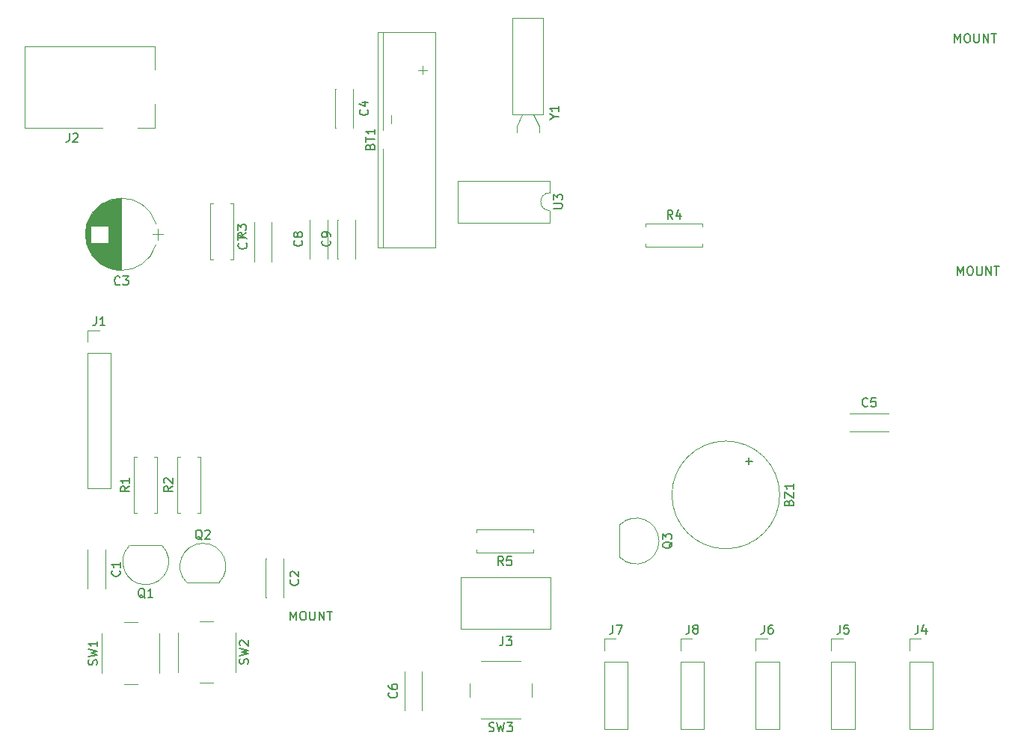
<source format=gbr>
G04 #@! TF.FileFunction,Legend,Top*
%FSLAX46Y46*%
G04 Gerber Fmt 4.6, Leading zero omitted, Abs format (unit mm)*
G04 Created by KiCad (PCBNEW 4.0.7) date Sat Feb 17 21:33:09 2018*
%MOMM*%
%LPD*%
G01*
G04 APERTURE LIST*
%ADD10C,0.150000*%
%ADD11C,0.120000*%
G04 APERTURE END LIST*
D10*
D11*
X75897500Y-44683500D02*
X75897500Y-33633500D01*
X75897500Y-57983500D02*
X75897500Y-46883500D01*
X75247500Y-57933500D02*
X75247500Y-33633500D01*
X75247500Y-33633500D02*
X81797500Y-33633500D01*
X81797500Y-33633500D02*
X81797500Y-57983500D01*
X81797500Y-57983500D02*
X75247500Y-57983500D01*
X76767500Y-44003500D02*
X76767500Y-42993500D01*
X80837500Y-37913500D02*
X79817500Y-37913500D01*
X80327500Y-38413500D02*
X80327500Y-37403500D01*
X120781000Y-86032500D02*
G75*
G03X120781000Y-86032500I-6100000J0D01*
G01*
X44444000Y-92238000D02*
X44444000Y-96658000D01*
X42424000Y-92238000D02*
X42424000Y-96658000D01*
X44444000Y-92238000D02*
X44430000Y-92238000D01*
X42438000Y-92238000D02*
X42424000Y-92238000D01*
X44444000Y-96658000D02*
X44430000Y-96658000D01*
X42438000Y-96658000D02*
X42424000Y-96658000D01*
X64637000Y-93254000D02*
X64637000Y-97674000D01*
X62617000Y-93254000D02*
X62617000Y-97674000D01*
X64637000Y-93254000D02*
X64623000Y-93254000D01*
X62631000Y-93254000D02*
X62617000Y-93254000D01*
X64637000Y-97674000D02*
X64623000Y-97674000D01*
X62631000Y-97674000D02*
X62617000Y-97674000D01*
X42351149Y-57692445D02*
G75*
G03X50184082Y-57695000I3916851J1177445D01*
G01*
X42351149Y-55337555D02*
G75*
G02X50184082Y-55335000I3916851J-1177445D01*
G01*
X42351149Y-55337555D02*
G75*
G03X42351918Y-57695000I3916851J-1177445D01*
G01*
X46268000Y-60565000D02*
X46268000Y-52465000D01*
X46228000Y-60565000D02*
X46228000Y-52465000D01*
X46188000Y-60565000D02*
X46188000Y-52465000D01*
X46148000Y-60564000D02*
X46148000Y-52466000D01*
X46108000Y-60562000D02*
X46108000Y-52468000D01*
X46068000Y-60561000D02*
X46068000Y-52469000D01*
X46028000Y-60558000D02*
X46028000Y-52472000D01*
X45988000Y-60556000D02*
X45988000Y-52474000D01*
X45948000Y-60553000D02*
X45948000Y-52477000D01*
X45908000Y-60550000D02*
X45908000Y-52480000D01*
X45868000Y-60546000D02*
X45868000Y-52484000D01*
X45828000Y-60542000D02*
X45828000Y-52488000D01*
X45788000Y-60537000D02*
X45788000Y-52493000D01*
X45748000Y-60532000D02*
X45748000Y-52498000D01*
X45708000Y-60527000D02*
X45708000Y-52503000D01*
X45668000Y-60521000D02*
X45668000Y-52509000D01*
X45628000Y-60515000D02*
X45628000Y-52515000D01*
X45588000Y-60509000D02*
X45588000Y-52521000D01*
X45547000Y-60502000D02*
X45547000Y-52528000D01*
X45507000Y-60494000D02*
X45507000Y-52536000D01*
X45467000Y-60486000D02*
X45467000Y-52544000D01*
X45427000Y-60478000D02*
X45427000Y-52552000D01*
X45387000Y-60470000D02*
X45387000Y-52560000D01*
X45347000Y-60461000D02*
X45347000Y-52569000D01*
X45307000Y-60451000D02*
X45307000Y-52579000D01*
X45267000Y-60441000D02*
X45267000Y-52589000D01*
X45227000Y-60431000D02*
X45227000Y-52599000D01*
X45187000Y-60420000D02*
X45187000Y-52610000D01*
X45147000Y-60409000D02*
X45147000Y-52621000D01*
X45107000Y-60398000D02*
X45107000Y-52632000D01*
X45067000Y-60385000D02*
X45067000Y-52645000D01*
X45027000Y-60373000D02*
X45027000Y-52657000D01*
X44987000Y-60360000D02*
X44987000Y-52670000D01*
X44947000Y-60347000D02*
X44947000Y-52683000D01*
X44907000Y-60333000D02*
X44907000Y-52697000D01*
X44867000Y-60318000D02*
X44867000Y-52712000D01*
X44827000Y-60304000D02*
X44827000Y-52726000D01*
X44787000Y-60288000D02*
X44787000Y-52742000D01*
X44747000Y-60273000D02*
X44747000Y-57495000D01*
X44747000Y-55535000D02*
X44747000Y-52757000D01*
X44707000Y-60256000D02*
X44707000Y-57495000D01*
X44707000Y-55535000D02*
X44707000Y-52774000D01*
X44667000Y-60240000D02*
X44667000Y-57495000D01*
X44667000Y-55535000D02*
X44667000Y-52790000D01*
X44627000Y-60222000D02*
X44627000Y-57495000D01*
X44627000Y-55535000D02*
X44627000Y-52808000D01*
X44587000Y-60205000D02*
X44587000Y-57495000D01*
X44587000Y-55535000D02*
X44587000Y-52825000D01*
X44547000Y-60186000D02*
X44547000Y-57495000D01*
X44547000Y-55535000D02*
X44547000Y-52844000D01*
X44507000Y-60167000D02*
X44507000Y-57495000D01*
X44507000Y-55535000D02*
X44507000Y-52863000D01*
X44467000Y-60148000D02*
X44467000Y-57495000D01*
X44467000Y-55535000D02*
X44467000Y-52882000D01*
X44427000Y-60128000D02*
X44427000Y-57495000D01*
X44427000Y-55535000D02*
X44427000Y-52902000D01*
X44387000Y-60108000D02*
X44387000Y-57495000D01*
X44387000Y-55535000D02*
X44387000Y-52922000D01*
X44347000Y-60087000D02*
X44347000Y-57495000D01*
X44347000Y-55535000D02*
X44347000Y-52943000D01*
X44307000Y-60065000D02*
X44307000Y-57495000D01*
X44307000Y-55535000D02*
X44307000Y-52965000D01*
X44267000Y-60043000D02*
X44267000Y-57495000D01*
X44267000Y-55535000D02*
X44267000Y-52987000D01*
X44227000Y-60020000D02*
X44227000Y-57495000D01*
X44227000Y-55535000D02*
X44227000Y-53010000D01*
X44187000Y-59997000D02*
X44187000Y-57495000D01*
X44187000Y-55535000D02*
X44187000Y-53033000D01*
X44147000Y-59973000D02*
X44147000Y-57495000D01*
X44147000Y-55535000D02*
X44147000Y-53057000D01*
X44107000Y-59949000D02*
X44107000Y-57495000D01*
X44107000Y-55535000D02*
X44107000Y-53081000D01*
X44067000Y-59923000D02*
X44067000Y-57495000D01*
X44067000Y-55535000D02*
X44067000Y-53107000D01*
X44027000Y-59898000D02*
X44027000Y-57495000D01*
X44027000Y-55535000D02*
X44027000Y-53132000D01*
X43987000Y-59871000D02*
X43987000Y-57495000D01*
X43987000Y-55535000D02*
X43987000Y-53159000D01*
X43947000Y-59844000D02*
X43947000Y-57495000D01*
X43947000Y-55535000D02*
X43947000Y-53186000D01*
X43907000Y-59816000D02*
X43907000Y-57495000D01*
X43907000Y-55535000D02*
X43907000Y-53214000D01*
X43867000Y-59787000D02*
X43867000Y-57495000D01*
X43867000Y-55535000D02*
X43867000Y-53243000D01*
X43827000Y-59758000D02*
X43827000Y-57495000D01*
X43827000Y-55535000D02*
X43827000Y-53272000D01*
X43787000Y-59728000D02*
X43787000Y-57495000D01*
X43787000Y-55535000D02*
X43787000Y-53302000D01*
X43747000Y-59697000D02*
X43747000Y-57495000D01*
X43747000Y-55535000D02*
X43747000Y-53333000D01*
X43707000Y-59665000D02*
X43707000Y-57495000D01*
X43707000Y-55535000D02*
X43707000Y-53365000D01*
X43667000Y-59633000D02*
X43667000Y-57495000D01*
X43667000Y-55535000D02*
X43667000Y-53397000D01*
X43627000Y-59599000D02*
X43627000Y-57495000D01*
X43627000Y-55535000D02*
X43627000Y-53431000D01*
X43587000Y-59565000D02*
X43587000Y-57495000D01*
X43587000Y-55535000D02*
X43587000Y-53465000D01*
X43547000Y-59530000D02*
X43547000Y-57495000D01*
X43547000Y-55535000D02*
X43547000Y-53500000D01*
X43507000Y-59494000D02*
X43507000Y-57495000D01*
X43507000Y-55535000D02*
X43507000Y-53536000D01*
X43467000Y-59457000D02*
X43467000Y-57495000D01*
X43467000Y-55535000D02*
X43467000Y-53573000D01*
X43427000Y-59419000D02*
X43427000Y-57495000D01*
X43427000Y-55535000D02*
X43427000Y-53611000D01*
X43387000Y-59380000D02*
X43387000Y-57495000D01*
X43387000Y-55535000D02*
X43387000Y-53650000D01*
X43347000Y-59339000D02*
X43347000Y-57495000D01*
X43347000Y-55535000D02*
X43347000Y-53691000D01*
X43307000Y-59298000D02*
X43307000Y-57495000D01*
X43307000Y-55535000D02*
X43307000Y-53732000D01*
X43267000Y-59255000D02*
X43267000Y-57495000D01*
X43267000Y-55535000D02*
X43267000Y-53775000D01*
X43227000Y-59212000D02*
X43227000Y-57495000D01*
X43227000Y-55535000D02*
X43227000Y-53818000D01*
X43187000Y-59167000D02*
X43187000Y-57495000D01*
X43187000Y-55535000D02*
X43187000Y-53863000D01*
X43147000Y-59120000D02*
X43147000Y-57495000D01*
X43147000Y-55535000D02*
X43147000Y-53910000D01*
X43107000Y-59072000D02*
X43107000Y-57495000D01*
X43107000Y-55535000D02*
X43107000Y-53958000D01*
X43067000Y-59023000D02*
X43067000Y-57495000D01*
X43067000Y-55535000D02*
X43067000Y-54007000D01*
X43027000Y-58972000D02*
X43027000Y-57495000D01*
X43027000Y-55535000D02*
X43027000Y-54058000D01*
X42987000Y-58919000D02*
X42987000Y-57495000D01*
X42987000Y-55535000D02*
X42987000Y-54111000D01*
X42947000Y-58864000D02*
X42947000Y-57495000D01*
X42947000Y-55535000D02*
X42947000Y-54166000D01*
X42907000Y-58808000D02*
X42907000Y-57495000D01*
X42907000Y-55535000D02*
X42907000Y-54222000D01*
X42867000Y-58749000D02*
X42867000Y-57495000D01*
X42867000Y-55535000D02*
X42867000Y-54281000D01*
X42827000Y-58688000D02*
X42827000Y-57495000D01*
X42827000Y-55535000D02*
X42827000Y-54342000D01*
X42787000Y-58624000D02*
X42787000Y-54406000D01*
X42747000Y-58558000D02*
X42747000Y-54472000D01*
X42707000Y-58489000D02*
X42707000Y-54541000D01*
X42667000Y-58417000D02*
X42667000Y-54613000D01*
X42627000Y-58341000D02*
X42627000Y-54689000D01*
X42587000Y-58260000D02*
X42587000Y-54770000D01*
X42547000Y-58175000D02*
X42547000Y-54855000D01*
X42507000Y-58085000D02*
X42507000Y-54945000D01*
X42467000Y-57988000D02*
X42467000Y-55042000D01*
X42427000Y-57884000D02*
X42427000Y-55146000D01*
X42387000Y-57769000D02*
X42387000Y-55261000D01*
X42347000Y-57642000D02*
X42347000Y-55388000D01*
X42307000Y-57498000D02*
X42307000Y-55532000D01*
X42267000Y-57329000D02*
X42267000Y-55701000D01*
X42227000Y-57113000D02*
X42227000Y-55917000D01*
X42187000Y-56761000D02*
X42187000Y-56269000D01*
X50968000Y-56515000D02*
X49768000Y-56515000D01*
X50368000Y-57165000D02*
X50368000Y-55865000D01*
X72511000Y-40041000D02*
X72511000Y-44461000D01*
X70491000Y-40041000D02*
X70491000Y-44461000D01*
X72511000Y-40041000D02*
X72497000Y-40041000D01*
X70505000Y-40041000D02*
X70491000Y-40041000D01*
X72511000Y-44461000D02*
X72497000Y-44461000D01*
X70505000Y-44461000D02*
X70491000Y-44461000D01*
X128687000Y-76841000D02*
X133107000Y-76841000D01*
X128687000Y-78861000D02*
X133107000Y-78861000D01*
X128687000Y-76841000D02*
X128687000Y-76855000D01*
X128687000Y-78847000D02*
X128687000Y-78861000D01*
X133107000Y-76841000D02*
X133107000Y-76855000D01*
X133107000Y-78847000D02*
X133107000Y-78861000D01*
X78301500Y-110454000D02*
X78301500Y-106034000D01*
X80321500Y-110454000D02*
X80321500Y-106034000D01*
X78301500Y-110454000D02*
X78315500Y-110454000D01*
X80307500Y-110454000D02*
X80321500Y-110454000D01*
X78301500Y-106034000D02*
X78315500Y-106034000D01*
X80307500Y-106034000D02*
X80321500Y-106034000D01*
X61283500Y-59590500D02*
X61283500Y-55170500D01*
X63303500Y-59590500D02*
X63303500Y-55170500D01*
X61283500Y-59590500D02*
X61297500Y-59590500D01*
X63289500Y-59590500D02*
X63303500Y-59590500D01*
X61283500Y-55170500D02*
X61297500Y-55170500D01*
X63289500Y-55170500D02*
X63303500Y-55170500D01*
X67570000Y-59273000D02*
X67570000Y-54853000D01*
X69590000Y-59273000D02*
X69590000Y-54853000D01*
X67570000Y-59273000D02*
X67584000Y-59273000D01*
X69576000Y-59273000D02*
X69590000Y-59273000D01*
X67570000Y-54853000D02*
X67584000Y-54853000D01*
X69576000Y-54853000D02*
X69590000Y-54853000D01*
X70745000Y-59273000D02*
X70745000Y-54853000D01*
X72765000Y-59273000D02*
X72765000Y-54853000D01*
X70745000Y-59273000D02*
X70759000Y-59273000D01*
X72751000Y-59273000D02*
X72765000Y-59273000D01*
X70745000Y-54853000D02*
X70759000Y-54853000D01*
X72751000Y-54853000D02*
X72765000Y-54853000D01*
X42421500Y-85277000D02*
X45081500Y-85277000D01*
X42421500Y-69977000D02*
X42421500Y-85277000D01*
X45081500Y-69977000D02*
X45081500Y-85277000D01*
X42421500Y-69977000D02*
X45081500Y-69977000D01*
X42421500Y-68707000D02*
X42421500Y-67377000D01*
X42421500Y-67377000D02*
X43751500Y-67377000D01*
X44149000Y-44478000D02*
X35349000Y-44478000D01*
X35349000Y-44478000D02*
X35349000Y-35278000D01*
X50049000Y-41778000D02*
X50049000Y-44478000D01*
X50049000Y-44478000D02*
X48149000Y-44478000D01*
X35349000Y-35278000D02*
X50049000Y-35278000D01*
X50049000Y-35278000D02*
X50049000Y-37878000D01*
X84709000Y-95376000D02*
X94869000Y-95376000D01*
X94869000Y-101216000D02*
X84709000Y-101216000D01*
X84709000Y-101216000D02*
X84709000Y-95376000D01*
X94869000Y-101216000D02*
X94869000Y-95376000D01*
X135449000Y-112582000D02*
X138109000Y-112582000D01*
X135449000Y-104902000D02*
X135449000Y-112582000D01*
X138109000Y-104902000D02*
X138109000Y-112582000D01*
X135449000Y-104902000D02*
X138109000Y-104902000D01*
X135449000Y-103632000D02*
X135449000Y-102302000D01*
X135449000Y-102302000D02*
X136779000Y-102302000D01*
X126622500Y-112582000D02*
X129282500Y-112582000D01*
X126622500Y-104902000D02*
X126622500Y-112582000D01*
X129282500Y-104902000D02*
X129282500Y-112582000D01*
X126622500Y-104902000D02*
X129282500Y-104902000D01*
X126622500Y-103632000D02*
X126622500Y-102302000D01*
X126622500Y-102302000D02*
X127952500Y-102302000D01*
X118050000Y-112582000D02*
X120710000Y-112582000D01*
X118050000Y-104902000D02*
X118050000Y-112582000D01*
X120710000Y-104902000D02*
X120710000Y-112582000D01*
X118050000Y-104902000D02*
X120710000Y-104902000D01*
X118050000Y-103632000D02*
X118050000Y-102302000D01*
X118050000Y-102302000D02*
X119380000Y-102302000D01*
X100905000Y-112582000D02*
X103565000Y-112582000D01*
X100905000Y-104902000D02*
X100905000Y-112582000D01*
X103565000Y-104902000D02*
X103565000Y-112582000D01*
X100905000Y-104902000D02*
X103565000Y-104902000D01*
X100905000Y-103632000D02*
X100905000Y-102302000D01*
X100905000Y-102302000D02*
X102235000Y-102302000D01*
X109541000Y-112582000D02*
X112201000Y-112582000D01*
X109541000Y-104902000D02*
X109541000Y-112582000D01*
X112201000Y-104902000D02*
X112201000Y-112582000D01*
X109541000Y-104902000D02*
X112201000Y-104902000D01*
X109541000Y-103632000D02*
X109541000Y-102302000D01*
X109541000Y-102302000D02*
X110871000Y-102302000D01*
X50822000Y-91749000D02*
X47222000Y-91749000D01*
X50860478Y-91760522D02*
G75*
G02X49022000Y-96199000I-1838478J-1838478D01*
G01*
X47183522Y-91760522D02*
G75*
G03X49022000Y-96199000I1838478J-1838478D01*
G01*
X53699000Y-95957000D02*
X57299000Y-95957000D01*
X53660522Y-95945478D02*
G75*
G02X55499000Y-91507000I1838478J1838478D01*
G01*
X57337478Y-95945478D02*
G75*
G03X55499000Y-91507000I-1838478J1838478D01*
G01*
X102671000Y-89449500D02*
X102671000Y-93049500D01*
X102682522Y-89411022D02*
G75*
G02X107121000Y-91249500I1838478J-1838478D01*
G01*
X102682522Y-93087978D02*
G75*
G03X107121000Y-91249500I1838478J1838478D01*
G01*
X48042000Y-88109500D02*
X47712000Y-88109500D01*
X47712000Y-88109500D02*
X47712000Y-81689500D01*
X47712000Y-81689500D02*
X48042000Y-81689500D01*
X50002000Y-88109500D02*
X50332000Y-88109500D01*
X50332000Y-88109500D02*
X50332000Y-81689500D01*
X50332000Y-81689500D02*
X50002000Y-81689500D01*
X52931500Y-88109500D02*
X52601500Y-88109500D01*
X52601500Y-88109500D02*
X52601500Y-81689500D01*
X52601500Y-81689500D02*
X52931500Y-81689500D01*
X54891500Y-88109500D02*
X55221500Y-88109500D01*
X55221500Y-88109500D02*
X55221500Y-81689500D01*
X55221500Y-81689500D02*
X54891500Y-81689500D01*
X58638000Y-52987500D02*
X58968000Y-52987500D01*
X58968000Y-52987500D02*
X58968000Y-59407500D01*
X58968000Y-59407500D02*
X58638000Y-59407500D01*
X56678000Y-52987500D02*
X56348000Y-52987500D01*
X56348000Y-52987500D02*
X56348000Y-59407500D01*
X56348000Y-59407500D02*
X56678000Y-59407500D01*
X105629000Y-55662000D02*
X105629000Y-55332000D01*
X105629000Y-55332000D02*
X112049000Y-55332000D01*
X112049000Y-55332000D02*
X112049000Y-55662000D01*
X105629000Y-57622000D02*
X105629000Y-57952000D01*
X105629000Y-57952000D02*
X112049000Y-57952000D01*
X112049000Y-57952000D02*
X112049000Y-57622000D01*
X92872000Y-92229500D02*
X92872000Y-92559500D01*
X92872000Y-92559500D02*
X86452000Y-92559500D01*
X86452000Y-92559500D02*
X86452000Y-92229500D01*
X92872000Y-90269500D02*
X92872000Y-89939500D01*
X92872000Y-89939500D02*
X86452000Y-89939500D01*
X86452000Y-89939500D02*
X86452000Y-90269500D01*
X50585000Y-106188000D02*
X50585000Y-101688000D01*
X46585000Y-107438000D02*
X48085000Y-107438000D01*
X44085000Y-101688000D02*
X44085000Y-106188000D01*
X48085000Y-100438000D02*
X46585000Y-100438000D01*
X52666000Y-101584000D02*
X52666000Y-106084000D01*
X56666000Y-100334000D02*
X55166000Y-100334000D01*
X59166000Y-106084000D02*
X59166000Y-101584000D01*
X55166000Y-107334000D02*
X56666000Y-107334000D01*
X91456000Y-104863000D02*
X86956000Y-104863000D01*
X92706000Y-108863000D02*
X92706000Y-107363000D01*
X86956000Y-111363000D02*
X91456000Y-111363000D01*
X85706000Y-107363000D02*
X85706000Y-108863000D01*
X94735000Y-51832000D02*
X94735000Y-50462000D01*
X94735000Y-50462000D02*
X84335000Y-50462000D01*
X84335000Y-50462000D02*
X84335000Y-55202000D01*
X84335000Y-55202000D02*
X94735000Y-55202000D01*
X94735000Y-55202000D02*
X94735000Y-53832000D01*
X94735000Y-53832000D02*
G75*
G02X94735000Y-51832000I0J1000000D01*
G01*
X93965500Y-42920000D02*
X93965500Y-32020000D01*
X93965500Y-32020000D02*
X90565500Y-32020000D01*
X90565500Y-32020000D02*
X90565500Y-42920000D01*
X90565500Y-42920000D02*
X93965500Y-42920000D01*
X92865500Y-42920000D02*
X93535500Y-44320000D01*
X93535500Y-44320000D02*
X93535500Y-45020000D01*
X91665500Y-42920000D02*
X90995500Y-44320000D01*
X90995500Y-44320000D02*
X90995500Y-45020000D01*
D10*
X140906786Y-61158381D02*
X140906786Y-60158381D01*
X141240120Y-60872667D01*
X141573453Y-60158381D01*
X141573453Y-61158381D01*
X142240119Y-60158381D02*
X142430596Y-60158381D01*
X142525834Y-60206000D01*
X142621072Y-60301238D01*
X142668691Y-60491714D01*
X142668691Y-60825048D01*
X142621072Y-61015524D01*
X142525834Y-61110762D01*
X142430596Y-61158381D01*
X142240119Y-61158381D01*
X142144881Y-61110762D01*
X142049643Y-61015524D01*
X142002024Y-60825048D01*
X142002024Y-60491714D01*
X142049643Y-60301238D01*
X142144881Y-60206000D01*
X142240119Y-60158381D01*
X143097262Y-60158381D02*
X143097262Y-60967905D01*
X143144881Y-61063143D01*
X143192500Y-61110762D01*
X143287738Y-61158381D01*
X143478215Y-61158381D01*
X143573453Y-61110762D01*
X143621072Y-61063143D01*
X143668691Y-60967905D01*
X143668691Y-60158381D01*
X144144881Y-61158381D02*
X144144881Y-60158381D01*
X144716310Y-61158381D01*
X144716310Y-60158381D01*
X145049643Y-60158381D02*
X145621072Y-60158381D01*
X145335357Y-61158381D02*
X145335357Y-60158381D01*
X140589286Y-34805881D02*
X140589286Y-33805881D01*
X140922620Y-34520167D01*
X141255953Y-33805881D01*
X141255953Y-34805881D01*
X141922619Y-33805881D02*
X142113096Y-33805881D01*
X142208334Y-33853500D01*
X142303572Y-33948738D01*
X142351191Y-34139214D01*
X142351191Y-34472548D01*
X142303572Y-34663024D01*
X142208334Y-34758262D01*
X142113096Y-34805881D01*
X141922619Y-34805881D01*
X141827381Y-34758262D01*
X141732143Y-34663024D01*
X141684524Y-34472548D01*
X141684524Y-34139214D01*
X141732143Y-33948738D01*
X141827381Y-33853500D01*
X141922619Y-33805881D01*
X142779762Y-33805881D02*
X142779762Y-34615405D01*
X142827381Y-34710643D01*
X142875000Y-34758262D01*
X142970238Y-34805881D01*
X143160715Y-34805881D01*
X143255953Y-34758262D01*
X143303572Y-34710643D01*
X143351191Y-34615405D01*
X143351191Y-33805881D01*
X143827381Y-34805881D02*
X143827381Y-33805881D01*
X144398810Y-34805881D01*
X144398810Y-33805881D01*
X144732143Y-33805881D02*
X145303572Y-33805881D01*
X145017857Y-34805881D02*
X145017857Y-33805881D01*
X74426071Y-46569214D02*
X74473690Y-46426357D01*
X74521310Y-46378738D01*
X74616548Y-46331119D01*
X74759405Y-46331119D01*
X74854643Y-46378738D01*
X74902262Y-46426357D01*
X74949881Y-46521595D01*
X74949881Y-46902548D01*
X73949881Y-46902548D01*
X73949881Y-46569214D01*
X73997500Y-46473976D01*
X74045119Y-46426357D01*
X74140357Y-46378738D01*
X74235595Y-46378738D01*
X74330833Y-46426357D01*
X74378452Y-46473976D01*
X74426071Y-46569214D01*
X74426071Y-46902548D01*
X73949881Y-46045405D02*
X73949881Y-45473976D01*
X74949881Y-45759691D02*
X73949881Y-45759691D01*
X74949881Y-44616833D02*
X74949881Y-45188262D01*
X74949881Y-44902548D02*
X73949881Y-44902548D01*
X74092738Y-44997786D01*
X74187976Y-45093024D01*
X74235595Y-45188262D01*
X121809571Y-86913452D02*
X121857190Y-86770595D01*
X121904810Y-86722976D01*
X122000048Y-86675357D01*
X122142905Y-86675357D01*
X122238143Y-86722976D01*
X122285762Y-86770595D01*
X122333381Y-86865833D01*
X122333381Y-87246786D01*
X121333381Y-87246786D01*
X121333381Y-86913452D01*
X121381000Y-86818214D01*
X121428619Y-86770595D01*
X121523857Y-86722976D01*
X121619095Y-86722976D01*
X121714333Y-86770595D01*
X121761952Y-86818214D01*
X121809571Y-86913452D01*
X121809571Y-87246786D01*
X121333381Y-86342024D02*
X121333381Y-85675357D01*
X122333381Y-86342024D01*
X122333381Y-85675357D01*
X122333381Y-84770595D02*
X122333381Y-85342024D01*
X122333381Y-85056310D02*
X121333381Y-85056310D01*
X121476238Y-85151548D01*
X121571476Y-85246786D01*
X121619095Y-85342024D01*
X117292429Y-82603452D02*
X117292429Y-81841547D01*
X117673381Y-82222499D02*
X116911476Y-82222499D01*
X46051143Y-94614666D02*
X46098762Y-94662285D01*
X46146381Y-94805142D01*
X46146381Y-94900380D01*
X46098762Y-95043238D01*
X46003524Y-95138476D01*
X45908286Y-95186095D01*
X45717810Y-95233714D01*
X45574952Y-95233714D01*
X45384476Y-95186095D01*
X45289238Y-95138476D01*
X45194000Y-95043238D01*
X45146381Y-94900380D01*
X45146381Y-94805142D01*
X45194000Y-94662285D01*
X45241619Y-94614666D01*
X46146381Y-93662285D02*
X46146381Y-94233714D01*
X46146381Y-93948000D02*
X45146381Y-93948000D01*
X45289238Y-94043238D01*
X45384476Y-94138476D01*
X45432095Y-94233714D01*
X66244143Y-95630666D02*
X66291762Y-95678285D01*
X66339381Y-95821142D01*
X66339381Y-95916380D01*
X66291762Y-96059238D01*
X66196524Y-96154476D01*
X66101286Y-96202095D01*
X65910810Y-96249714D01*
X65767952Y-96249714D01*
X65577476Y-96202095D01*
X65482238Y-96154476D01*
X65387000Y-96059238D01*
X65339381Y-95916380D01*
X65339381Y-95821142D01*
X65387000Y-95678285D01*
X65434619Y-95630666D01*
X65434619Y-95249714D02*
X65387000Y-95202095D01*
X65339381Y-95106857D01*
X65339381Y-94868761D01*
X65387000Y-94773523D01*
X65434619Y-94725904D01*
X65529857Y-94678285D01*
X65625095Y-94678285D01*
X65767952Y-94725904D01*
X66339381Y-95297333D01*
X66339381Y-94678285D01*
X46101334Y-62182143D02*
X46053715Y-62229762D01*
X45910858Y-62277381D01*
X45815620Y-62277381D01*
X45672762Y-62229762D01*
X45577524Y-62134524D01*
X45529905Y-62039286D01*
X45482286Y-61848810D01*
X45482286Y-61705952D01*
X45529905Y-61515476D01*
X45577524Y-61420238D01*
X45672762Y-61325000D01*
X45815620Y-61277381D01*
X45910858Y-61277381D01*
X46053715Y-61325000D01*
X46101334Y-61372619D01*
X46434667Y-61277381D02*
X47053715Y-61277381D01*
X46720381Y-61658333D01*
X46863239Y-61658333D01*
X46958477Y-61705952D01*
X47006096Y-61753571D01*
X47053715Y-61848810D01*
X47053715Y-62086905D01*
X47006096Y-62182143D01*
X46958477Y-62229762D01*
X46863239Y-62277381D01*
X46577524Y-62277381D01*
X46482286Y-62229762D01*
X46434667Y-62182143D01*
X74118143Y-42417666D02*
X74165762Y-42465285D01*
X74213381Y-42608142D01*
X74213381Y-42703380D01*
X74165762Y-42846238D01*
X74070524Y-42941476D01*
X73975286Y-42989095D01*
X73784810Y-43036714D01*
X73641952Y-43036714D01*
X73451476Y-42989095D01*
X73356238Y-42941476D01*
X73261000Y-42846238D01*
X73213381Y-42703380D01*
X73213381Y-42608142D01*
X73261000Y-42465285D01*
X73308619Y-42417666D01*
X73546714Y-41560523D02*
X74213381Y-41560523D01*
X73165762Y-41798619D02*
X73880048Y-42036714D01*
X73880048Y-41417666D01*
X130730334Y-75948143D02*
X130682715Y-75995762D01*
X130539858Y-76043381D01*
X130444620Y-76043381D01*
X130301762Y-75995762D01*
X130206524Y-75900524D01*
X130158905Y-75805286D01*
X130111286Y-75614810D01*
X130111286Y-75471952D01*
X130158905Y-75281476D01*
X130206524Y-75186238D01*
X130301762Y-75091000D01*
X130444620Y-75043381D01*
X130539858Y-75043381D01*
X130682715Y-75091000D01*
X130730334Y-75138619D01*
X131635096Y-75043381D02*
X131158905Y-75043381D01*
X131111286Y-75519571D01*
X131158905Y-75471952D01*
X131254143Y-75424333D01*
X131492239Y-75424333D01*
X131587477Y-75471952D01*
X131635096Y-75519571D01*
X131682715Y-75614810D01*
X131682715Y-75852905D01*
X131635096Y-75948143D01*
X131587477Y-75995762D01*
X131492239Y-76043381D01*
X131254143Y-76043381D01*
X131158905Y-75995762D01*
X131111286Y-75948143D01*
X77408643Y-108410666D02*
X77456262Y-108458285D01*
X77503881Y-108601142D01*
X77503881Y-108696380D01*
X77456262Y-108839238D01*
X77361024Y-108934476D01*
X77265786Y-108982095D01*
X77075310Y-109029714D01*
X76932452Y-109029714D01*
X76741976Y-108982095D01*
X76646738Y-108934476D01*
X76551500Y-108839238D01*
X76503881Y-108696380D01*
X76503881Y-108601142D01*
X76551500Y-108458285D01*
X76599119Y-108410666D01*
X76503881Y-107553523D02*
X76503881Y-107744000D01*
X76551500Y-107839238D01*
X76599119Y-107886857D01*
X76741976Y-107982095D01*
X76932452Y-108029714D01*
X77313405Y-108029714D01*
X77408643Y-107982095D01*
X77456262Y-107934476D01*
X77503881Y-107839238D01*
X77503881Y-107648761D01*
X77456262Y-107553523D01*
X77408643Y-107505904D01*
X77313405Y-107458285D01*
X77075310Y-107458285D01*
X76980071Y-107505904D01*
X76932452Y-107553523D01*
X76884833Y-107648761D01*
X76884833Y-107839238D01*
X76932452Y-107934476D01*
X76980071Y-107982095D01*
X77075310Y-108029714D01*
X60390643Y-57547166D02*
X60438262Y-57594785D01*
X60485881Y-57737642D01*
X60485881Y-57832880D01*
X60438262Y-57975738D01*
X60343024Y-58070976D01*
X60247786Y-58118595D01*
X60057310Y-58166214D01*
X59914452Y-58166214D01*
X59723976Y-58118595D01*
X59628738Y-58070976D01*
X59533500Y-57975738D01*
X59485881Y-57832880D01*
X59485881Y-57737642D01*
X59533500Y-57594785D01*
X59581119Y-57547166D01*
X59485881Y-57213833D02*
X59485881Y-56547166D01*
X60485881Y-56975738D01*
X66677143Y-57229666D02*
X66724762Y-57277285D01*
X66772381Y-57420142D01*
X66772381Y-57515380D01*
X66724762Y-57658238D01*
X66629524Y-57753476D01*
X66534286Y-57801095D01*
X66343810Y-57848714D01*
X66200952Y-57848714D01*
X66010476Y-57801095D01*
X65915238Y-57753476D01*
X65820000Y-57658238D01*
X65772381Y-57515380D01*
X65772381Y-57420142D01*
X65820000Y-57277285D01*
X65867619Y-57229666D01*
X66200952Y-56658238D02*
X66153333Y-56753476D01*
X66105714Y-56801095D01*
X66010476Y-56848714D01*
X65962857Y-56848714D01*
X65867619Y-56801095D01*
X65820000Y-56753476D01*
X65772381Y-56658238D01*
X65772381Y-56467761D01*
X65820000Y-56372523D01*
X65867619Y-56324904D01*
X65962857Y-56277285D01*
X66010476Y-56277285D01*
X66105714Y-56324904D01*
X66153333Y-56372523D01*
X66200952Y-56467761D01*
X66200952Y-56658238D01*
X66248571Y-56753476D01*
X66296190Y-56801095D01*
X66391429Y-56848714D01*
X66581905Y-56848714D01*
X66677143Y-56801095D01*
X66724762Y-56753476D01*
X66772381Y-56658238D01*
X66772381Y-56467761D01*
X66724762Y-56372523D01*
X66677143Y-56324904D01*
X66581905Y-56277285D01*
X66391429Y-56277285D01*
X66296190Y-56324904D01*
X66248571Y-56372523D01*
X66200952Y-56467761D01*
X69852143Y-57229666D02*
X69899762Y-57277285D01*
X69947381Y-57420142D01*
X69947381Y-57515380D01*
X69899762Y-57658238D01*
X69804524Y-57753476D01*
X69709286Y-57801095D01*
X69518810Y-57848714D01*
X69375952Y-57848714D01*
X69185476Y-57801095D01*
X69090238Y-57753476D01*
X68995000Y-57658238D01*
X68947381Y-57515380D01*
X68947381Y-57420142D01*
X68995000Y-57277285D01*
X69042619Y-57229666D01*
X69947381Y-56753476D02*
X69947381Y-56563000D01*
X69899762Y-56467761D01*
X69852143Y-56420142D01*
X69709286Y-56324904D01*
X69518810Y-56277285D01*
X69137857Y-56277285D01*
X69042619Y-56324904D01*
X68995000Y-56372523D01*
X68947381Y-56467761D01*
X68947381Y-56658238D01*
X68995000Y-56753476D01*
X69042619Y-56801095D01*
X69137857Y-56848714D01*
X69375952Y-56848714D01*
X69471190Y-56801095D01*
X69518810Y-56753476D01*
X69566429Y-56658238D01*
X69566429Y-56467761D01*
X69518810Y-56372523D01*
X69471190Y-56324904D01*
X69375952Y-56277285D01*
X43418167Y-65829381D02*
X43418167Y-66543667D01*
X43370547Y-66686524D01*
X43275309Y-66781762D01*
X43132452Y-66829381D01*
X43037214Y-66829381D01*
X44418167Y-66829381D02*
X43846738Y-66829381D01*
X44132452Y-66829381D02*
X44132452Y-65829381D01*
X44037214Y-65972238D01*
X43941976Y-66067476D01*
X43846738Y-66115095D01*
X40365667Y-45080381D02*
X40365667Y-45794667D01*
X40318047Y-45937524D01*
X40222809Y-46032762D01*
X40079952Y-46080381D01*
X39984714Y-46080381D01*
X40794238Y-45175619D02*
X40841857Y-45128000D01*
X40937095Y-45080381D01*
X41175191Y-45080381D01*
X41270429Y-45128000D01*
X41318048Y-45175619D01*
X41365667Y-45270857D01*
X41365667Y-45366095D01*
X41318048Y-45508952D01*
X40746619Y-46080381D01*
X41365667Y-46080381D01*
X89455667Y-102068381D02*
X89455667Y-102782667D01*
X89408047Y-102925524D01*
X89312809Y-103020762D01*
X89169952Y-103068381D01*
X89074714Y-103068381D01*
X89836619Y-102068381D02*
X90455667Y-102068381D01*
X90122333Y-102449333D01*
X90265191Y-102449333D01*
X90360429Y-102496952D01*
X90408048Y-102544571D01*
X90455667Y-102639810D01*
X90455667Y-102877905D01*
X90408048Y-102973143D01*
X90360429Y-103020762D01*
X90265191Y-103068381D01*
X89979476Y-103068381D01*
X89884238Y-103020762D01*
X89836619Y-102973143D01*
X136445667Y-100754381D02*
X136445667Y-101468667D01*
X136398047Y-101611524D01*
X136302809Y-101706762D01*
X136159952Y-101754381D01*
X136064714Y-101754381D01*
X137350429Y-101087714D02*
X137350429Y-101754381D01*
X137112333Y-100706762D02*
X136874238Y-101421048D01*
X137493286Y-101421048D01*
X127619167Y-100754381D02*
X127619167Y-101468667D01*
X127571547Y-101611524D01*
X127476309Y-101706762D01*
X127333452Y-101754381D01*
X127238214Y-101754381D01*
X128571548Y-100754381D02*
X128095357Y-100754381D01*
X128047738Y-101230571D01*
X128095357Y-101182952D01*
X128190595Y-101135333D01*
X128428691Y-101135333D01*
X128523929Y-101182952D01*
X128571548Y-101230571D01*
X128619167Y-101325810D01*
X128619167Y-101563905D01*
X128571548Y-101659143D01*
X128523929Y-101706762D01*
X128428691Y-101754381D01*
X128190595Y-101754381D01*
X128095357Y-101706762D01*
X128047738Y-101659143D01*
X119046667Y-100754381D02*
X119046667Y-101468667D01*
X118999047Y-101611524D01*
X118903809Y-101706762D01*
X118760952Y-101754381D01*
X118665714Y-101754381D01*
X119951429Y-100754381D02*
X119760952Y-100754381D01*
X119665714Y-100802000D01*
X119618095Y-100849619D01*
X119522857Y-100992476D01*
X119475238Y-101182952D01*
X119475238Y-101563905D01*
X119522857Y-101659143D01*
X119570476Y-101706762D01*
X119665714Y-101754381D01*
X119856191Y-101754381D01*
X119951429Y-101706762D01*
X119999048Y-101659143D01*
X120046667Y-101563905D01*
X120046667Y-101325810D01*
X119999048Y-101230571D01*
X119951429Y-101182952D01*
X119856191Y-101135333D01*
X119665714Y-101135333D01*
X119570476Y-101182952D01*
X119522857Y-101230571D01*
X119475238Y-101325810D01*
X101901667Y-100754381D02*
X101901667Y-101468667D01*
X101854047Y-101611524D01*
X101758809Y-101706762D01*
X101615952Y-101754381D01*
X101520714Y-101754381D01*
X102282619Y-100754381D02*
X102949286Y-100754381D01*
X102520714Y-101754381D01*
X110537667Y-100754381D02*
X110537667Y-101468667D01*
X110490047Y-101611524D01*
X110394809Y-101706762D01*
X110251952Y-101754381D01*
X110156714Y-101754381D01*
X111156714Y-101182952D02*
X111061476Y-101135333D01*
X111013857Y-101087714D01*
X110966238Y-100992476D01*
X110966238Y-100944857D01*
X111013857Y-100849619D01*
X111061476Y-100802000D01*
X111156714Y-100754381D01*
X111347191Y-100754381D01*
X111442429Y-100802000D01*
X111490048Y-100849619D01*
X111537667Y-100944857D01*
X111537667Y-100992476D01*
X111490048Y-101087714D01*
X111442429Y-101135333D01*
X111347191Y-101182952D01*
X111156714Y-101182952D01*
X111061476Y-101230571D01*
X111013857Y-101278190D01*
X110966238Y-101373429D01*
X110966238Y-101563905D01*
X111013857Y-101659143D01*
X111061476Y-101706762D01*
X111156714Y-101754381D01*
X111347191Y-101754381D01*
X111442429Y-101706762D01*
X111490048Y-101659143D01*
X111537667Y-101563905D01*
X111537667Y-101373429D01*
X111490048Y-101278190D01*
X111442429Y-101230571D01*
X111347191Y-101182952D01*
X48926762Y-97706619D02*
X48831524Y-97659000D01*
X48736286Y-97563762D01*
X48593429Y-97420905D01*
X48498190Y-97373286D01*
X48402952Y-97373286D01*
X48450571Y-97611381D02*
X48355333Y-97563762D01*
X48260095Y-97468524D01*
X48212476Y-97278048D01*
X48212476Y-96944714D01*
X48260095Y-96754238D01*
X48355333Y-96659000D01*
X48450571Y-96611381D01*
X48641048Y-96611381D01*
X48736286Y-96659000D01*
X48831524Y-96754238D01*
X48879143Y-96944714D01*
X48879143Y-97278048D01*
X48831524Y-97468524D01*
X48736286Y-97563762D01*
X48641048Y-97611381D01*
X48450571Y-97611381D01*
X49831524Y-97611381D02*
X49260095Y-97611381D01*
X49545809Y-97611381D02*
X49545809Y-96611381D01*
X49450571Y-96754238D01*
X49355333Y-96849476D01*
X49260095Y-96897095D01*
X55403762Y-91094619D02*
X55308524Y-91047000D01*
X55213286Y-90951762D01*
X55070429Y-90808905D01*
X54975190Y-90761286D01*
X54879952Y-90761286D01*
X54927571Y-90999381D02*
X54832333Y-90951762D01*
X54737095Y-90856524D01*
X54689476Y-90666048D01*
X54689476Y-90332714D01*
X54737095Y-90142238D01*
X54832333Y-90047000D01*
X54927571Y-89999381D01*
X55118048Y-89999381D01*
X55213286Y-90047000D01*
X55308524Y-90142238D01*
X55356143Y-90332714D01*
X55356143Y-90666048D01*
X55308524Y-90856524D01*
X55213286Y-90951762D01*
X55118048Y-90999381D01*
X54927571Y-90999381D01*
X55737095Y-90094619D02*
X55784714Y-90047000D01*
X55879952Y-89999381D01*
X56118048Y-89999381D01*
X56213286Y-90047000D01*
X56260905Y-90094619D01*
X56308524Y-90189857D01*
X56308524Y-90285095D01*
X56260905Y-90427952D01*
X55689476Y-90999381D01*
X56308524Y-90999381D01*
X108628619Y-91344738D02*
X108581000Y-91439976D01*
X108485762Y-91535214D01*
X108342905Y-91678071D01*
X108295286Y-91773310D01*
X108295286Y-91868548D01*
X108533381Y-91820929D02*
X108485762Y-91916167D01*
X108390524Y-92011405D01*
X108200048Y-92059024D01*
X107866714Y-92059024D01*
X107676238Y-92011405D01*
X107581000Y-91916167D01*
X107533381Y-91820929D01*
X107533381Y-91630452D01*
X107581000Y-91535214D01*
X107676238Y-91439976D01*
X107866714Y-91392357D01*
X108200048Y-91392357D01*
X108390524Y-91439976D01*
X108485762Y-91535214D01*
X108533381Y-91630452D01*
X108533381Y-91820929D01*
X107533381Y-91059024D02*
X107533381Y-90439976D01*
X107914333Y-90773310D01*
X107914333Y-90630452D01*
X107961952Y-90535214D01*
X108009571Y-90487595D01*
X108104810Y-90439976D01*
X108342905Y-90439976D01*
X108438143Y-90487595D01*
X108485762Y-90535214D01*
X108533381Y-90630452D01*
X108533381Y-90916167D01*
X108485762Y-91011405D01*
X108438143Y-91059024D01*
X47164381Y-85066166D02*
X46688190Y-85399500D01*
X47164381Y-85637595D02*
X46164381Y-85637595D01*
X46164381Y-85256642D01*
X46212000Y-85161404D01*
X46259619Y-85113785D01*
X46354857Y-85066166D01*
X46497714Y-85066166D01*
X46592952Y-85113785D01*
X46640571Y-85161404D01*
X46688190Y-85256642D01*
X46688190Y-85637595D01*
X47164381Y-84113785D02*
X47164381Y-84685214D01*
X47164381Y-84399500D02*
X46164381Y-84399500D01*
X46307238Y-84494738D01*
X46402476Y-84589976D01*
X46450095Y-84685214D01*
X52053881Y-85066166D02*
X51577690Y-85399500D01*
X52053881Y-85637595D02*
X51053881Y-85637595D01*
X51053881Y-85256642D01*
X51101500Y-85161404D01*
X51149119Y-85113785D01*
X51244357Y-85066166D01*
X51387214Y-85066166D01*
X51482452Y-85113785D01*
X51530071Y-85161404D01*
X51577690Y-85256642D01*
X51577690Y-85637595D01*
X51149119Y-84685214D02*
X51101500Y-84637595D01*
X51053881Y-84542357D01*
X51053881Y-84304261D01*
X51101500Y-84209023D01*
X51149119Y-84161404D01*
X51244357Y-84113785D01*
X51339595Y-84113785D01*
X51482452Y-84161404D01*
X52053881Y-84732833D01*
X52053881Y-84113785D01*
X60420381Y-56364166D02*
X59944190Y-56697500D01*
X60420381Y-56935595D02*
X59420381Y-56935595D01*
X59420381Y-56554642D01*
X59468000Y-56459404D01*
X59515619Y-56411785D01*
X59610857Y-56364166D01*
X59753714Y-56364166D01*
X59848952Y-56411785D01*
X59896571Y-56459404D01*
X59944190Y-56554642D01*
X59944190Y-56935595D01*
X59420381Y-56030833D02*
X59420381Y-55411785D01*
X59801333Y-55745119D01*
X59801333Y-55602261D01*
X59848952Y-55507023D01*
X59896571Y-55459404D01*
X59991810Y-55411785D01*
X60229905Y-55411785D01*
X60325143Y-55459404D01*
X60372762Y-55507023D01*
X60420381Y-55602261D01*
X60420381Y-55887976D01*
X60372762Y-55983214D01*
X60325143Y-56030833D01*
X108672334Y-54784381D02*
X108339000Y-54308190D01*
X108100905Y-54784381D02*
X108100905Y-53784381D01*
X108481858Y-53784381D01*
X108577096Y-53832000D01*
X108624715Y-53879619D01*
X108672334Y-53974857D01*
X108672334Y-54117714D01*
X108624715Y-54212952D01*
X108577096Y-54260571D01*
X108481858Y-54308190D01*
X108100905Y-54308190D01*
X109529477Y-54117714D02*
X109529477Y-54784381D01*
X109291381Y-53736762D02*
X109053286Y-54451048D01*
X109672334Y-54451048D01*
X89495334Y-94011881D02*
X89162000Y-93535690D01*
X88923905Y-94011881D02*
X88923905Y-93011881D01*
X89304858Y-93011881D01*
X89400096Y-93059500D01*
X89447715Y-93107119D01*
X89495334Y-93202357D01*
X89495334Y-93345214D01*
X89447715Y-93440452D01*
X89400096Y-93488071D01*
X89304858Y-93535690D01*
X88923905Y-93535690D01*
X90400096Y-93011881D02*
X89923905Y-93011881D01*
X89876286Y-93488071D01*
X89923905Y-93440452D01*
X90019143Y-93392833D01*
X90257239Y-93392833D01*
X90352477Y-93440452D01*
X90400096Y-93488071D01*
X90447715Y-93583310D01*
X90447715Y-93821405D01*
X90400096Y-93916643D01*
X90352477Y-93964262D01*
X90257239Y-94011881D01*
X90019143Y-94011881D01*
X89923905Y-93964262D01*
X89876286Y-93916643D01*
X43489762Y-105271333D02*
X43537381Y-105128476D01*
X43537381Y-104890380D01*
X43489762Y-104795142D01*
X43442143Y-104747523D01*
X43346905Y-104699904D01*
X43251667Y-104699904D01*
X43156429Y-104747523D01*
X43108810Y-104795142D01*
X43061190Y-104890380D01*
X43013571Y-105080857D01*
X42965952Y-105176095D01*
X42918333Y-105223714D01*
X42823095Y-105271333D01*
X42727857Y-105271333D01*
X42632619Y-105223714D01*
X42585000Y-105176095D01*
X42537381Y-105080857D01*
X42537381Y-104842761D01*
X42585000Y-104699904D01*
X42537381Y-104366571D02*
X43537381Y-104128476D01*
X42823095Y-103937999D01*
X43537381Y-103747523D01*
X42537381Y-103509428D01*
X43537381Y-102604666D02*
X43537381Y-103176095D01*
X43537381Y-102890381D02*
X42537381Y-102890381D01*
X42680238Y-102985619D01*
X42775476Y-103080857D01*
X42823095Y-103176095D01*
X60570762Y-105167333D02*
X60618381Y-105024476D01*
X60618381Y-104786380D01*
X60570762Y-104691142D01*
X60523143Y-104643523D01*
X60427905Y-104595904D01*
X60332667Y-104595904D01*
X60237429Y-104643523D01*
X60189810Y-104691142D01*
X60142190Y-104786380D01*
X60094571Y-104976857D01*
X60046952Y-105072095D01*
X59999333Y-105119714D01*
X59904095Y-105167333D01*
X59808857Y-105167333D01*
X59713619Y-105119714D01*
X59666000Y-105072095D01*
X59618381Y-104976857D01*
X59618381Y-104738761D01*
X59666000Y-104595904D01*
X59618381Y-104262571D02*
X60618381Y-104024476D01*
X59904095Y-103833999D01*
X60618381Y-103643523D01*
X59618381Y-103405428D01*
X59713619Y-103072095D02*
X59666000Y-103024476D01*
X59618381Y-102929238D01*
X59618381Y-102691142D01*
X59666000Y-102595904D01*
X59713619Y-102548285D01*
X59808857Y-102500666D01*
X59904095Y-102500666D01*
X60046952Y-102548285D01*
X60618381Y-103119714D01*
X60618381Y-102500666D01*
X87872667Y-112767762D02*
X88015524Y-112815381D01*
X88253620Y-112815381D01*
X88348858Y-112767762D01*
X88396477Y-112720143D01*
X88444096Y-112624905D01*
X88444096Y-112529667D01*
X88396477Y-112434429D01*
X88348858Y-112386810D01*
X88253620Y-112339190D01*
X88063143Y-112291571D01*
X87967905Y-112243952D01*
X87920286Y-112196333D01*
X87872667Y-112101095D01*
X87872667Y-112005857D01*
X87920286Y-111910619D01*
X87967905Y-111863000D01*
X88063143Y-111815381D01*
X88301239Y-111815381D01*
X88444096Y-111863000D01*
X88777429Y-111815381D02*
X89015524Y-112815381D01*
X89206001Y-112101095D01*
X89396477Y-112815381D01*
X89634572Y-111815381D01*
X89920286Y-111815381D02*
X90539334Y-111815381D01*
X90206000Y-112196333D01*
X90348858Y-112196333D01*
X90444096Y-112243952D01*
X90491715Y-112291571D01*
X90539334Y-112386810D01*
X90539334Y-112624905D01*
X90491715Y-112720143D01*
X90444096Y-112767762D01*
X90348858Y-112815381D01*
X90063143Y-112815381D01*
X89967905Y-112767762D01*
X89920286Y-112720143D01*
X95187381Y-53593905D02*
X95996905Y-53593905D01*
X96092143Y-53546286D01*
X96139762Y-53498667D01*
X96187381Y-53403429D01*
X96187381Y-53212952D01*
X96139762Y-53117714D01*
X96092143Y-53070095D01*
X95996905Y-53022476D01*
X95187381Y-53022476D01*
X95187381Y-52641524D02*
X95187381Y-52022476D01*
X95568333Y-52355810D01*
X95568333Y-52212952D01*
X95615952Y-52117714D01*
X95663571Y-52070095D01*
X95758810Y-52022476D01*
X95996905Y-52022476D01*
X96092143Y-52070095D01*
X96139762Y-52117714D01*
X96187381Y-52212952D01*
X96187381Y-52498667D01*
X96139762Y-52593905D01*
X96092143Y-52641524D01*
X95261690Y-43196191D02*
X95737881Y-43196191D01*
X94737881Y-43529524D02*
X95261690Y-43196191D01*
X94737881Y-42862857D01*
X95737881Y-42005714D02*
X95737881Y-42577143D01*
X95737881Y-42291429D02*
X94737881Y-42291429D01*
X94880738Y-42386667D01*
X94975976Y-42481905D01*
X95023595Y-42577143D01*
X65405286Y-100210881D02*
X65405286Y-99210881D01*
X65738620Y-99925167D01*
X66071953Y-99210881D01*
X66071953Y-100210881D01*
X66738619Y-99210881D02*
X66929096Y-99210881D01*
X67024334Y-99258500D01*
X67119572Y-99353738D01*
X67167191Y-99544214D01*
X67167191Y-99877548D01*
X67119572Y-100068024D01*
X67024334Y-100163262D01*
X66929096Y-100210881D01*
X66738619Y-100210881D01*
X66643381Y-100163262D01*
X66548143Y-100068024D01*
X66500524Y-99877548D01*
X66500524Y-99544214D01*
X66548143Y-99353738D01*
X66643381Y-99258500D01*
X66738619Y-99210881D01*
X67595762Y-99210881D02*
X67595762Y-100020405D01*
X67643381Y-100115643D01*
X67691000Y-100163262D01*
X67786238Y-100210881D01*
X67976715Y-100210881D01*
X68071953Y-100163262D01*
X68119572Y-100115643D01*
X68167191Y-100020405D01*
X68167191Y-99210881D01*
X68643381Y-100210881D02*
X68643381Y-99210881D01*
X69214810Y-100210881D01*
X69214810Y-99210881D01*
X69548143Y-99210881D02*
X70119572Y-99210881D01*
X69833857Y-100210881D02*
X69833857Y-99210881D01*
M02*

</source>
